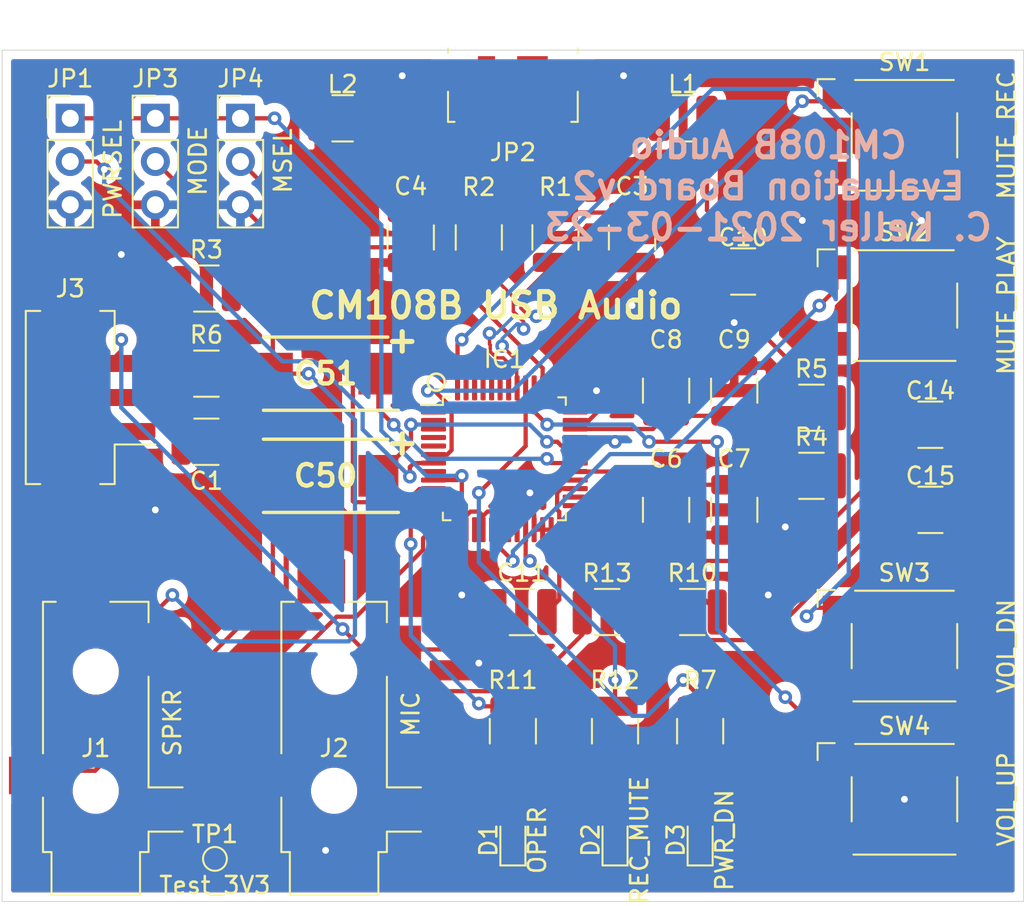
<source format=kicad_pcb>
(kicad_pcb (version 20171130) (host pcbnew 5.1.9)
  (title_block (title "CM108B Evaluation Board") (date 2021-03-23) (rev 2) (company "Chris Keller"))
  (layers (0 F.Cu signal) (31 B.Cu signal) (34 B.Paste user) (35 F.Paste user) (36 B.SilkS user) (37 F.SilkS user) (38 B.Mask user) (39 F.Mask user) (44 Edge.Cuts user))
  (net 0 "")
  (net 1 /D-)
  (net 2 /D+)
  (net 3 GND)
  (net 4 VBUS)
  (net 5 +3V3)
  (net 6 "Net-(C1-Pad2)")
  (net 7 "Net-(C1-Pad1)")
  (net 8 "Net-(C3-Pad1)")
  (net 9 "Net-(C4-Pad1)")
  (net 10 "Net-(C6-Pad1)")
  (net 11 "Net-(C8-Pad1)")
  (net 12 "Net-(C11-Pad2)")
  (net 13 /MIC_IN)
  (net 14 "Net-(C14-Pad2)")
  (net 15 "Net-(C15-Pad2)")
  (net 16 /AUDIO_L)
  (net 17 "Net-(C50-Pad1)")
  (net 18 /AUDIO_R)
  (net 19 "Net-(C51-Pad1)")
  (net 20 "Net-(D1-Pad2)")
  (net 21 "Net-(D2-Pad2)")
  (net 22 "Net-(D3-Pad2)")
  (net 23 /VOLDN)
  (net 24 /PDSW)
  (net 25 /VOLUP)
  (net 26 /MSEL)
  (net 27 "Net-(IC1-Pad25)")
  (net 28 /LEDR)
  (net 29 /MUTEP)
  (net 30 /LEDO)
  (net 31 /MODE)
  (net 32 /PWRSEL)
  (net 33 /MUTER)
  (net 34 /MIC_BIAS)
  (net 35 "Net-(JP2-Pad4)")
  (net 36 "Net-(JP2-Pad1)")
  (module LED_SMD:LED_0603_1608Metric (layer F.Cu) (at 171 116.4 90)
    (fp_text reference D3 (at 0 -1.43 90) (layer F.SilkS))
    (fp_text value PWR_DN (at 0 1.43 90) (layer F.SilkS))
    (pad 2 smd roundrect (at 0.7875 0 90) (size 0.875 0.95) (layers F.Cu F.Paste F.Mask) (net 22 "Net-(D3-Pad2)"))
    (pad 1 smd roundrect (at -0.7875 0 90) (size 0.875 0.95) (layers F.Cu F.Paste F.Mask) (net 3 GND))
  )
  (module LED_SMD:LED_0603_1608Metric (layer F.Cu) (at 166 116.4 90)
    (fp_text reference D2 (at 0 -1.43 90) (layer F.SilkS))
    (fp_text value REC_MUTE (at 0 1.43 90) (layer F.SilkS))
    (pad 2 smd roundrect (at 0.7875 0 90) (size 0.875 0.95) (layers F.Cu F.Paste F.Mask) (net 21 "Net-(D2-Pad2)"))
    (pad 1 smd roundrect (at -0.7875 0 90) (size 0.875 0.95) (layers F.Cu F.Paste F.Mask) (net 3 GND))
  )
  (module LED_SMD:LED_0603_1608Metric (layer F.Cu) (at 160 116.4 90)
    (fp_text reference D1 (at 0 -1.43 90) (layer F.SilkS))
    (fp_text value OPER (at 0 1.43 90) (layer F.SilkS))
    (pad 2 smd roundrect (at 0.7875 0 90) (size 0.875 0.95) (layers F.Cu F.Paste F.Mask) (net 20 "Net-(D1-Pad2)"))
    (pad 1 smd roundrect (at -0.7875 0 90) (size 0.875 0.95) (layers F.Cu F.Paste F.Mask) (net 3 GND))
  )
  (module Connector_USB:USB_Micro-B_Molex_47346-0001 (layer F.Cu) (at 160 72.5 180)
    (fp_text reference JP2 (at 0 -3.5 180) (layer F.SilkS))
    (fp_text value USB_A)
    (pad 6 smd rect (at 1.55 1.2 180) (size 1 1.9) (layers F.Cu F.Paste F.Mask))
    (pad 6 smd rect (at -1.15 1.2 180) (size 1.8 1.9) (layers F.Cu F.Paste F.Mask))
    (pad 6 smd rect (at 3.375 1.2 180) (size 1.65 1.3) (layers F.Cu F.Paste F.Mask))
    (pad 6 smd rect (at -3.375 1.2 180) (size 1.65 1.3) (layers F.Cu F.Paste F.Mask))
    (pad 6 smd rect (at 2.4875 -1.375 180) (size 1.425 1.55) (layers F.Cu F.Paste F.Mask))
    (pad 6 smd rect (at -2.4875 -1.375 180) (size 1.425 1.55) (layers F.Cu F.Paste F.Mask))
    (pad 5 smd rect (at 1.3 -1.46 180) (size 0.45 1.38) (layers F.Cu F.Paste F.Mask) (net 3 GND))
    (pad 4 smd rect (at 0.65 -1.46 180) (size 0.45 1.38) (layers F.Cu F.Paste F.Mask) (net 35 "Net-(JP2-Pad4)"))
    (pad 3 smd rect (at 0 -1.46 180) (size 0.45 1.38) (layers F.Cu F.Paste F.Mask) (net 9 "Net-(C4-Pad1)"))
    (pad 2 smd rect (at -0.65 -1.46 180) (size 0.45 1.38) (layers F.Cu F.Paste F.Mask) (net 8 "Net-(C3-Pad1)"))
    (pad 1 smd rect (at -1.3 -1.46 180) (size 0.45 1.38) (layers F.Cu F.Paste F.Mask) (net 36 "Net-(JP2-Pad1)"))
  )
  (module Button_Switch_SMD:SW_SPST_Omron_B3FS-100xP (layer F.Cu) (at 183 114)
    (fp_text reference SW4 (at 0 -4.3) (layer F.SilkS))
    (fp_text value VOL_UP (at 6 0 90) (layer F.SilkS))
    (pad 3 smd rect (at -4 2.25 180) (size 1.6 1.4) (layers F.Cu F.Paste F.Mask))
    (pad 4 smd rect (at 4 2.25 180) (size 1.6 1.4) (layers F.Cu F.Paste F.Mask))
    (pad 1 smd rect (at -4 -2.25 180) (size 1.6 1.4) (layers F.Cu F.Paste F.Mask) (net 25 /VOLUP))
    (pad 2 smd rect (at 4 -2.25 180) (size 1.6 1.4) (layers F.Cu F.Paste F.Mask) (net 3 GND))
  )
  (module Button_Switch_SMD:SW_SPST_Omron_B3FS-100xP (layer F.Cu) (at 183 105)
    (fp_text reference SW3 (at 0 -4.3) (layer F.SilkS))
    (fp_text value VOL_DN (at 6 0 90) (layer F.SilkS))
    (pad 3 smd rect (at -4 2.25 180) (size 1.6 1.4) (layers F.Cu F.Paste F.Mask))
    (pad 4 smd rect (at 4 2.25 180) (size 1.6 1.4) (layers F.Cu F.Paste F.Mask))
    (pad 1 smd rect (at -4 -2.25 180) (size 1.6 1.4) (layers F.Cu F.Paste F.Mask) (net 23 /VOLDN))
    (pad 2 smd rect (at 4 -2.25 180) (size 1.6 1.4) (layers F.Cu F.Paste F.Mask) (net 3 GND))
  )
  (module Button_Switch_SMD:SW_SPST_Omron_B3FS-100xP (layer F.Cu) (at 183 85)
    (fp_text reference SW2 (at 0 -4.3) (layer F.SilkS))
    (fp_text value MUTE_PLAY (at 6 0 90) (layer F.SilkS))
    (pad 3 smd rect (at -4 2.25 180) (size 1.6 1.4) (layers F.Cu F.Paste F.Mask))
    (pad 4 smd rect (at 4 2.25 180) (size 1.6 1.4) (layers F.Cu F.Paste F.Mask))
    (pad 1 smd rect (at -4 -2.25 180) (size 1.6 1.4) (layers F.Cu F.Paste F.Mask) (net 29 /MUTEP))
    (pad 2 smd rect (at 4 -2.25 180) (size 1.6 1.4) (layers F.Cu F.Paste F.Mask) (net 3 GND))
  )
  (module Button_Switch_SMD:SW_SPST_Omron_B3FS-100xP (layer F.Cu) (at 183 75)
    (fp_text reference SW1 (at 0 -4.3) (layer F.SilkS))
    (fp_text value MUTE_REC (at 6 0 90) (layer F.SilkS))
    (pad 3 smd rect (at -4 2.25 180) (size 1.6 1.4) (layers F.Cu F.Paste F.Mask))
    (pad 4 smd rect (at 4 2.25 180) (size 1.6 1.4) (layers F.Cu F.Paste F.Mask))
    (pad 1 smd rect (at -4 -2.25 180) (size 1.6 1.4) (layers F.Cu F.Paste F.Mask) (net 33 /MUTER))
    (pad 2 smd rect (at 4 -2.25 180) (size 1.6 1.4) (layers F.Cu F.Paste F.Mask) (net 3 GND))
  )
  (module Resistor_SMD:R_1210_3225Metric (layer F.Cu) (at 165.5375 103)
    (fp_text reference R13 (at 0 -2.28) (layer F.SilkS))
    (fp_text value 1.2kΩ)
    (pad 2 smd roundrect (at 1.4625 0) (size 1.125 2.65) (layers F.Cu F.Paste F.Mask) (roundrect_rratio 0.222222) (net 15 "Net-(C15-Pad2)"))
    (pad 1 smd roundrect (at -1.4625 0) (size 1.125 2.65) (layers F.Cu F.Paste F.Mask) (roundrect_rratio 0.222222) (net 34 /MIC_BIAS))
  )
  (module Resistor_SMD:R_1210_3225Metric (layer F.Cu) (at 166 110 90)
    (fp_text reference R12 (at 3 0 180) (layer F.SilkS))
    (fp_text value 330Ω)
    (pad 2 smd roundrect (at 1.4625 0 90) (size 1.125 2.65) (layers F.Cu F.Paste F.Mask) (roundrect_rratio 0.222222) (net 28 /LEDR))
    (pad 1 smd roundrect (at -1.4625 0 90) (size 1.125 2.65) (layers F.Cu F.Paste F.Mask) (roundrect_rratio 0.222222) (net 21 "Net-(D2-Pad2)"))
  )
  (module Resistor_SMD:R_1210_3225Metric (layer F.Cu) (at 160 110 90)
    (fp_text reference R11 (at 3 0 180) (layer F.SilkS))
    (fp_text value 330Ω)
    (pad 2 smd roundrect (at 1.4625 0 90) (size 1.125 2.65) (layers F.Cu F.Paste F.Mask) (roundrect_rratio 0.222222) (net 30 /LEDO))
    (pad 1 smd roundrect (at -1.4625 0 90) (size 1.125 2.65) (layers F.Cu F.Paste F.Mask) (roundrect_rratio 0.222222) (net 20 "Net-(D1-Pad2)"))
  )
  (module Resistor_SMD:R_1210_3225Metric (layer F.Cu) (at 170.5375 103)
    (fp_text reference R10 (at 0 -2.28) (layer F.SilkS))
    (fp_text value 2.2kΩ)
    (pad 2 smd roundrect (at 1.4625 0) (size 1.125 2.65) (layers F.Cu F.Paste F.Mask) (roundrect_rratio 0.222222) (net 27 "Net-(IC1-Pad25)"))
    (pad 1 smd roundrect (at -1.4625 0) (size 1.125 2.65) (layers F.Cu F.Paste F.Mask) (roundrect_rratio 0.222222) (net 15 "Net-(C15-Pad2)"))
  )
  (module Resistor_SMD:R_1210_3225Metric (layer F.Cu) (at 171 110 90)
    (fp_text reference R7 (at 3 0 180) (layer F.SilkS))
    (fp_text value 330Ω)
    (pad 2 smd roundrect (at 1.4625 0 90) (size 1.125 2.65) (layers F.Cu F.Paste F.Mask) (roundrect_rratio 0.222222) (net 24 /PDSW))
    (pad 1 smd roundrect (at -1.4625 0 90) (size 1.125 2.65) (layers F.Cu F.Paste F.Mask) (roundrect_rratio 0.222222) (net 22 "Net-(D3-Pad2)"))
  )
  (module Resistor_SMD:R_1210_3225Metric (layer F.Cu) (at 142 89)
    (fp_text reference R6 (at 0 -2.28) (layer F.SilkS))
    (fp_text value 0Ω)
    (pad 2 smd roundrect (at 1.4625 0) (size 1.125 2.65) (layers F.Cu F.Paste F.Mask) (roundrect_rratio 0.222222) (net 16 /AUDIO_L))
    (pad 1 smd roundrect (at -1.4625 0) (size 1.125 2.65) (layers F.Cu F.Paste F.Mask) (roundrect_rratio 0.222222) (net 7 "Net-(C1-Pad1)"))
  )
  (module Resistor_SMD:R_1210_3225Metric (layer F.Cu) (at 177.5375 91)
    (fp_text reference R5 (at 0 -2.28) (layer F.SilkS))
    (fp_text value 0Ω)
    (pad 2 smd roundrect (at 1.4625 0) (size 1.125 2.65) (layers F.Cu F.Paste F.Mask) (roundrect_rratio 0.222222) (net 4 VBUS))
    (pad 1 smd roundrect (at -1.4625 0) (size 1.125 2.65) (layers F.Cu F.Paste F.Mask) (roundrect_rratio 0.222222) (net 11 "Net-(C8-Pad1)"))
  )
  (module Resistor_SMD:R_1210_3225Metric (layer F.Cu) (at 177.5375 95)
    (fp_text reference R4 (at 0 -2.28) (layer F.SilkS))
    (fp_text value 0Ω)
    (pad 2 smd roundrect (at 1.4625 0) (size 1.125 2.65) (layers F.Cu F.Paste F.Mask) (roundrect_rratio 0.222222) (net 4 VBUS))
    (pad 1 smd roundrect (at -1.4625 0) (size 1.125 2.65) (layers F.Cu F.Paste F.Mask) (roundrect_rratio 0.222222) (net 10 "Net-(C6-Pad1)"))
  )
  (module Resistor_SMD:R_1210_3225Metric (layer F.Cu) (at 142 84)
    (fp_text reference R3 (at 0 -2.28) (layer F.SilkS))
    (fp_text value 0Ω)
    (pad 2 smd roundrect (at 1.4625 0) (size 1.125 2.65) (layers F.Cu F.Paste F.Mask) (roundrect_rratio 0.222222) (net 18 /AUDIO_R))
    (pad 1 smd roundrect (at -1.4625 0) (size 1.125 2.65) (layers F.Cu F.Paste F.Mask) (roundrect_rratio 0.222222) (net 7 "Net-(C1-Pad1)"))
  )
  (module Resistor_SMD:R_1210_3225Metric (layer F.Cu) (at 158 81 90)
    (fp_text reference R2 (at 2.9625 0 180) (layer F.SilkS))
    (fp_text value 22Ω)
    (pad 2 smd roundrect (at 1.4625 0 90) (size 1.125 2.65) (layers F.Cu F.Paste F.Mask) (roundrect_rratio 0.222222) (net 9 "Net-(C4-Pad1)"))
    (pad 1 smd roundrect (at -1.4625 0 90) (size 1.125 2.65) (layers F.Cu F.Paste F.Mask) (roundrect_rratio 0.222222) (net 2 /D+))
  )
  (module Resistor_SMD:R_1210_3225Metric (layer F.Cu) (at 162.5 81 90)
    (fp_text reference R1 (at 2.9625 0 180) (layer F.SilkS))
    (fp_text value 22Ω)
    (pad 2 smd roundrect (at 1.4625 0 90) (size 1.125 2.65) (layers F.Cu F.Paste F.Mask) (roundrect_rratio 0.222222) (net 8 "Net-(C3-Pad1)"))
    (pad 1 smd roundrect (at -1.4625 0 90) (size 1.125 2.65) (layers F.Cu F.Paste F.Mask) (roundrect_rratio 0.222222) (net 1 /D-))
  )
  (module Inductor_SMD:L_1210_3225Metric (layer F.Cu) (at 150 74 180)
    (fp_text reference L2 (at 0 2) (layer F.SilkS))
    (fp_text value L)
    (pad 2 smd roundrect (at 1.4 0 180) (size 1.25 2.65) (layers F.Cu F.Paste F.Mask) (roundrect_rratio 0.2) (net 3 GND))
    (pad 1 smd roundrect (at -1.4 0 180) (size 1.25 2.65) (layers F.Cu F.Paste F.Mask) (roundrect_rratio 0.2) (net 35 "Net-(JP2-Pad4)"))
  )
  (module Inductor_SMD:L_1210_3225Metric (layer F.Cu) (at 170 74)
    (fp_text reference L1 (at 0 -2) (layer F.SilkS))
    (fp_text value L)
    (pad 2 smd roundrect (at 1.4 0) (size 1.25 2.65) (layers F.Cu F.Paste F.Mask) (roundrect_rratio 0.2) (net 4 VBUS))
    (pad 1 smd roundrect (at -1.4 0) (size 1.25 2.65) (layers F.Cu F.Paste F.Mask) (roundrect_rratio 0.2) (net 36 "Net-(JP2-Pad1)"))
  )
  (module Connector_PinHeader_2.54mm:PinHeader_1x03_P2.54mm_Vertical (layer F.Cu) (at 144 74)
    (fp_text reference JP4 (at 0 -2.33) (layer F.SilkS))
    (fp_text value MSEL (at 2.5 2.5 90) (layer F.SilkS))
    (pad 3 thru_hole oval (at 0 5.08) (size 1.7 1.7) (drill 1) (layers *.Cu *.Mask) (net 3 GND))
    (pad 2 thru_hole oval (at 0 2.54) (size 1.7 1.7) (drill 1) (layers *.Cu *.Mask) (net 26 /MSEL))
    (pad 1 thru_hole rect (at 0 0) (size 1.7 1.7) (drill 1) (layers *.Cu *.Mask) (net 5 +3V3))
  )
  (module Connector_PinHeader_2.54mm:PinHeader_1x03_P2.54mm_Vertical (layer F.Cu) (at 139 74)
    (fp_text reference JP3 (at 0 -2.33) (layer F.SilkS))
    (fp_text value MODE (at 2.5 2.5 90) (layer F.SilkS))
    (pad 3 thru_hole oval (at 0 5.08) (size 1.7 1.7) (drill 1) (layers *.Cu *.Mask) (net 3 GND))
    (pad 2 thru_hole oval (at 0 2.54) (size 1.7 1.7) (drill 1) (layers *.Cu *.Mask) (net 31 /MODE))
    (pad 1 thru_hole rect (at 0 0) (size 1.7 1.7) (drill 1) (layers *.Cu *.Mask) (net 5 +3V3))
  )
  (module Connector_PinHeader_2.54mm:PinHeader_1x03_P2.54mm_Vertical (layer F.Cu) (at 134 74)
    (fp_text reference JP1 (at 0 -2.33) (layer F.SilkS))
    (fp_text value PWRSEL (at 2.5 3 90) (layer F.SilkS))
    (pad 3 thru_hole oval (at 0 5.08) (size 1.7 1.7) (drill 1) (layers *.Cu *.Mask) (net 3 GND))
    (pad 2 thru_hole oval (at 0 2.54) (size 1.7 1.7) (drill 1) (layers *.Cu *.Mask) (net 32 /PWRSEL))
    (pad 1 thru_hole rect (at 0 0) (size 1.7 1.7) (drill 1) (layers *.Cu *.Mask) (net 5 +3V3))
  )
  (module Connector_JST:JST_PH_B3B-PH-SM4-TB_1x03-1MP_P2.00mm_Vertical (layer F.Cu) (at 135.75 90.4 90)
    (fp_text reference J3 (at 6.4 -1.75 180) (layer F.SilkS))
    (fp_text value RADIO_DATA)
    (pad MP smd roundrect (at 4.4 -1.75 90) (size 1.6 3) (layers F.Cu F.Paste F.Mask) (roundrect_rratio 0.15625))
    (pad MP smd roundrect (at -4.4 -1.75 90) (size 1.6 3) (layers F.Cu F.Paste F.Mask) (roundrect_rratio 0.15625))
    (pad 3 smd roundrect (at 2 0.5 90) (size 1 5.5) (layers F.Cu F.Paste F.Mask) (net 13 /MIC_IN))
    (pad 2 smd roundrect (at 0 0.5 90) (size 1 5.5) (layers F.Cu F.Paste F.Mask) (net 6 "Net-(C1-Pad2)"))
    (pad 1 smd roundrect (at -2 0.5 90) (size 1 5.5) (layers F.Cu F.Paste F.Mask) (net 3 GND))
  )
  (module Connector_Audio:Jack_3.5mm_CUI_SJ-3524-SMT_Horizontal (layer F.Cu) (at 149.5 111 180)
    (fp_text reference J2 (at 0 0) (layer F.SilkS))
    (fp_text value MIC (at -4.5 2 90) (layer F.SilkS))
    (pad "" np_thru_hole circle (at 0 4.5 180) (size 1.7 1.7) (drill 1.7) (layers *.Cu *.Mask))
    (pad "" np_thru_hole circle (at 0 -2.5 180) (size 1.7 1.7) (drill 1.7) (layers *.Cu *.Mask))
    (pad T smd rect (at -3.7 5.8 180) (size 2.8 2.8) (layers F.Cu F.Paste F.Mask) (net 13 /MIC_IN))
    (pad TN smd rect (at 0.75 9.8 180) (size 2.8 2.6) (layers F.Cu F.Paste F.Mask))
    (pad S smd rect (at -3.7 -3.6 180) (size 2.8 2.2) (layers F.Cu F.Paste F.Mask) (net 3 GND))
    (pad R smd rect (at 3.7 -1.6 180) (size 2.8 2.2) (layers F.Cu F.Paste F.Mask) (net 34 /MIC_BIAS))
  )
  (module Connector_Audio:Jack_3.5mm_CUI_SJ-3524-SMT_Horizontal (layer F.Cu) (at 135.5 111 180)
    (fp_text reference J1 (at 0 0) (layer F.SilkS))
    (fp_text value SPKR (at -4.5 1.5 90) (layer F.SilkS))
    (pad "" np_thru_hole circle (at 0 4.5 180) (size 1.7 1.7) (drill 1.7) (layers *.Cu *.Mask))
    (pad "" np_thru_hole circle (at 0 -2.5 180) (size 1.7 1.7) (drill 1.7) (layers *.Cu *.Mask))
    (pad T smd rect (at -3.7 5.8 180) (size 2.8 2.8) (layers F.Cu F.Paste F.Mask) (net 18 /AUDIO_R))
    (pad TN smd rect (at 0.75 9.8 180) (size 2.8 2.6) (layers F.Cu F.Paste F.Mask))
    (pad S smd rect (at -3.7 -3.6 180) (size 2.8 2.2) (layers F.Cu F.Paste F.Mask) (net 3 GND))
    (pad R smd rect (at 3.7 -1.6 180) (size 2.8 2.2) (layers F.Cu F.Paste F.Mask) (net 16 /AUDIO_L))
  )
  (module 293D477X9010E2TE3:CAPPM7343X430N (layer F.Cu) (at 149 89 180)
    (fp_text reference C51 (at 0 0) (layer F.SilkS) (effects (font (size 1.27 1.27) (thickness 0.254))))
    (fp_text value 470μF hide)
    (pad 2 smd rect (at 3.1 0 180) (size 2.35 2.45) (layers F.Cu F.Paste F.Mask) (net 18 /AUDIO_R))
    (pad 1 smd rect (at -3.1 0 180) (size 2.35 2.45) (layers F.Cu F.Paste F.Mask) (net 19 "Net-(C51-Pad1)"))
  )
  (module 293D477X9010E2TE3:CAPPM7343X430N (layer F.Cu) (at 149 95 180)
    (fp_text reference C50 (at 0 0) (layer F.SilkS) (effects (font (size 1.27 1.27) (thickness 0.254))))
    (fp_text value 470μF hide)
    (pad 2 smd rect (at 3.1 0 180) (size 2.35 2.45) (layers F.Cu F.Paste F.Mask) (net 16 /AUDIO_L))
    (pad 1 smd rect (at -3.1 0 180) (size 2.35 2.45) (layers F.Cu F.Paste F.Mask) (net 17 "Net-(C50-Pad1)"))
  )
  (module Capacitor_SMD:C_1210_3225Metric (layer F.Cu) (at 184.525 97 180)
    (fp_text reference C15 (at 0 2) (layer F.SilkS))
    (fp_text value 4.7μF)
    (pad 2 smd roundrect (at 1.475 0 180) (size 1.15 2.7) (layers F.Cu F.Paste F.Mask) (roundrect_rratio 0.217391) (net 15 "Net-(C15-Pad2)"))
    (pad 1 smd roundrect (at -1.475 0 180) (size 1.15 2.7) (layers F.Cu F.Paste F.Mask) (roundrect_rratio 0.217391) (net 3 GND))
  )
  (module Capacitor_SMD:C_1210_3225Metric (layer F.Cu) (at 184.525 92 180)
    (fp_text reference C14 (at 0 2) (layer F.SilkS))
    (fp_text value 4.7μF)
    (pad 2 smd roundrect (at 1.475 0 180) (size 1.15 2.7) (layers F.Cu F.Paste F.Mask) (roundrect_rratio 0.217391) (net 14 "Net-(C14-Pad2)"))
    (pad 1 smd roundrect (at -1.475 0 180) (size 1.15 2.7) (layers F.Cu F.Paste F.Mask) (roundrect_rratio 0.217391) (net 3 GND))
  )
  (module Capacitor_SMD:C_1210_3225Metric (layer F.Cu) (at 160.525 103)
    (fp_text reference C11 (at 0 -2.3) (layer F.SilkS))
    (fp_text value 1μF)
    (pad 2 smd roundrect (at 1.475 0) (size 1.15 2.7) (layers F.Cu F.Paste F.Mask) (roundrect_rratio 0.217391) (net 12 "Net-(C11-Pad2)"))
    (pad 1 smd roundrect (at -1.475 0) (size 1.15 2.7) (layers F.Cu F.Paste F.Mask) (roundrect_rratio 0.217391) (net 13 /MIC_IN))
  )
  (module Capacitor_SMD:C_1210_3225Metric (layer F.Cu) (at 173.525 83 180)
    (fp_text reference C10 (at 0 2) (layer F.SilkS))
    (fp_text value 100nF)
    (pad 2 smd roundrect (at 1.475 0 180) (size 1.15 2.7) (layers F.Cu F.Paste F.Mask) (roundrect_rratio 0.217391) (net 3 GND))
    (pad 1 smd roundrect (at -1.475 0 180) (size 1.15 2.7) (layers F.Cu F.Paste F.Mask) (roundrect_rratio 0.217391) (net 4 VBUS))
  )
  (module Capacitor_SMD:C_1210_3225Metric (layer F.Cu) (at 173 90 90)
    (fp_text reference C9 (at 3 0 180) (layer F.SilkS))
    (fp_text value 4.7μF)
    (pad 2 smd roundrect (at 1.475 0 90) (size 1.15 2.7) (layers F.Cu F.Paste F.Mask) (roundrect_rratio 0.217391) (net 3 GND))
    (pad 1 smd roundrect (at -1.475 0 90) (size 1.15 2.7) (layers F.Cu F.Paste F.Mask) (roundrect_rratio 0.217391) (net 11 "Net-(C8-Pad1)"))
  )
  (module Capacitor_SMD:C_1210_3225Metric (layer F.Cu) (at 169 90 90)
    (fp_text reference C8 (at 3 0 180) (layer F.SilkS))
    (fp_text value 100nF)
    (pad 2 smd roundrect (at 1.475 0 90) (size 1.15 2.7) (layers F.Cu F.Paste F.Mask) (roundrect_rratio 0.217391) (net 3 GND))
    (pad 1 smd roundrect (at -1.475 0 90) (size 1.15 2.7) (layers F.Cu F.Paste F.Mask) (roundrect_rratio 0.217391) (net 11 "Net-(C8-Pad1)"))
  )
  (module Capacitor_SMD:C_1210_3225Metric (layer F.Cu) (at 173 97 270)
    (fp_text reference C7 (at -3 0 180) (layer F.SilkS))
    (fp_text value 4.7μF)
    (pad 2 smd roundrect (at 1.475 0 270) (size 1.15 2.7) (layers F.Cu F.Paste F.Mask) (roundrect_rratio 0.217391) (net 3 GND))
    (pad 1 smd roundrect (at -1.475 0 270) (size 1.15 2.7) (layers F.Cu F.Paste F.Mask) (roundrect_rratio 0.217391) (net 10 "Net-(C6-Pad1)"))
  )
  (module Capacitor_SMD:C_1210_3225Metric (layer F.Cu) (at 169 97 270)
    (fp_text reference C6 (at -3 0 180) (layer F.SilkS))
    (fp_text value 100nF)
    (pad 2 smd roundrect (at 1.475 0 270) (size 1.15 2.7) (layers F.Cu F.Paste F.Mask) (roundrect_rratio 0.217391) (net 3 GND))
    (pad 1 smd roundrect (at -1.475 0 270) (size 1.15 2.7) (layers F.Cu F.Paste F.Mask) (roundrect_rratio 0.217391) (net 10 "Net-(C6-Pad1)"))
  )
  (module Capacitor_SMD:C_1210_3225Metric (layer F.Cu) (at 154 81 270)
    (fp_text reference C4 (at -3 0 180) (layer F.SilkS))
    (fp_text value 100pF)
    (pad 2 smd roundrect (at 1.475 0 270) (size 1.15 2.7) (layers F.Cu F.Paste F.Mask) (roundrect_rratio 0.217391) (net 3 GND))
    (pad 1 smd roundrect (at -1.475 0 270) (size 1.15 2.7) (layers F.Cu F.Paste F.Mask) (roundrect_rratio 0.217391) (net 9 "Net-(C4-Pad1)"))
  )
  (module Capacitor_SMD:C_1210_3225Metric (layer F.Cu) (at 167 81 270)
    (fp_text reference C3 (at -3 0 180) (layer F.SilkS))
    (fp_text value 100pF)
    (pad 2 smd roundrect (at 1.475 0 270) (size 1.15 2.7) (layers F.Cu F.Paste F.Mask) (roundrect_rratio 0.217391) (net 3 GND))
    (pad 1 smd roundrect (at -1.475 0 270) (size 1.15 2.7) (layers F.Cu F.Paste F.Mask) (roundrect_rratio 0.217391) (net 8 "Net-(C3-Pad1)"))
  )
  (module Capacitor_SMD:C_1210_3225Metric (layer F.Cu) (at 142 93 180)
    (fp_text reference C1 (at 0 -2.3) (layer F.SilkS))
    (fp_text value 10μF)
    (pad 2 smd roundrect (at 1.475 0 180) (size 1.15 2.7) (layers F.Cu F.Paste F.Mask) (roundrect_rratio 0.217391) (net 6 "Net-(C1-Pad2)"))
    (pad 1 smd roundrect (at -1.475 0 180) (size 1.15 2.7) (layers F.Cu F.Paste F.Mask) (roundrect_rratio 0.217391) (net 7 "Net-(C1-Pad1)"))
  )
  (module TestPoint:TestPoint_Pad_D1.0mm (layer F.Cu) (at 142.5 117.5)
    (fp_text reference TP1 (at 0 -1.448) (layer F.SilkS))
    (fp_text value Test_3V3 (at 0 1.55) (layer F.SilkS))
    (pad 1 smd circle (at 0 0) (size 1 1) (layers F.Cu F.Mask) (net 5 +3V3))
  )
  (module Package_QFP:LQFP-48_7x7mm_P0.5mm (layer F.Cu) (at 159.5 94)
    (fp_text reference IC1 (at 0 -5.85) (layer F.SilkS))
    (fp_text value CM108B)
    (pad 48 smd roundrect (at -2.75 -4.1625) (size 0.3 1.475) (layers F.Cu F.Paste F.Mask) (net 23 /VOLDN))
    (pad 47 smd roundrect (at -2.25 -4.1625) (size 0.3 1.475) (layers F.Cu F.Paste F.Mask))
    (pad 46 smd roundrect (at -1.75 -4.1625) (size 0.3 1.475) (layers F.Cu F.Paste F.Mask))
    (pad 45 smd roundrect (at -1.25 -4.1625) (size 0.3 1.475) (layers F.Cu F.Paste F.Mask))
    (pad 44 smd roundrect (at -0.75 -4.1625) (size 0.3 1.475) (layers F.Cu F.Paste F.Mask))
    (pad 43 smd roundrect (at -0.25 -4.1625) (size 0.3 1.475) (layers F.Cu F.Paste F.Mask))
    (pad 42 smd roundrect (at 0.25 -4.1625) (size 0.3 1.475) (layers F.Cu F.Paste F.Mask) (net 1 /D-))
    (pad 41 smd roundrect (at 0.75 -4.1625) (size 0.3 1.475) (layers F.Cu F.Paste F.Mask) (net 2 /D+))
    (pad 40 smd roundrect (at 1.25 -4.1625) (size 0.3 1.475) (layers F.Cu F.Paste F.Mask) (net 24 /PDSW))
    (pad 39 smd roundrect (at 1.75 -4.1625) (size 0.3 1.475) (layers F.Cu F.Paste F.Mask) (net 25 /VOLUP))
    (pad 38 smd roundrect (at 2.25 -4.1625) (size 0.3 1.475) (layers F.Cu F.Paste F.Mask) (net 26 /MSEL))
    (pad 37 smd roundrect (at 2.75 -4.1625) (size 0.3 1.475) (layers F.Cu F.Paste F.Mask))
    (pad 36 smd roundrect (at 4.1625 -2.75) (size 1.475 0.3) (layers F.Cu F.Paste F.Mask) (net 3 GND))
    (pad 35 smd roundrect (at 4.1625 -2.25) (size 1.475 0.3) (layers F.Cu F.Paste F.Mask) (net 4 VBUS))
    (pad 34 smd roundrect (at 4.1625 -1.75) (size 1.475 0.3) (layers F.Cu F.Paste F.Mask) (net 11 "Net-(C8-Pad1)"))
    (pad 33 smd roundrect (at 4.1625 -1.25) (size 1.475 0.3) (layers F.Cu F.Paste F.Mask) (net 3 GND))
    (pad 32 smd roundrect (at 4.1625 -0.75) (size 1.475 0.3) (layers F.Cu F.Paste F.Mask) (net 17 "Net-(C50-Pad1)"))
    (pad 31 smd roundrect (at 4.1625 -0.25) (size 1.475 0.3) (layers F.Cu F.Paste F.Mask))
    (pad 30 smd roundrect (at 4.1625 0.25) (size 1.475 0.3) (layers F.Cu F.Paste F.Mask) (net 19 "Net-(C51-Pad1)"))
    (pad 29 smd roundrect (at 4.1625 0.75) (size 1.475 0.3) (layers F.Cu F.Paste F.Mask) (net 10 "Net-(C6-Pad1)"))
    (pad 28 smd roundrect (at 4.1625 1.25) (size 1.475 0.3) (layers F.Cu F.Paste F.Mask))
    (pad 27 smd roundrect (at 4.1625 1.75) (size 1.475 0.3) (layers F.Cu F.Paste F.Mask) (net 12 "Net-(C11-Pad2)"))
    (pad 26 smd roundrect (at 4.1625 2.25) (size 1.475 0.3) (layers F.Cu F.Paste F.Mask) (net 14 "Net-(C14-Pad2)"))
    (pad 25 smd roundrect (at 4.1625 2.75) (size 1.475 0.3) (layers F.Cu F.Paste F.Mask) (net 27 "Net-(IC1-Pad25)"))
    (pad 24 smd roundrect (at 2.75 4.1625) (size 0.3 1.475) (layers F.Cu F.Paste F.Mask) (net 3 GND))
    (pad 23 smd roundrect (at 2.25 4.1625) (size 0.3 1.475) (layers F.Cu F.Paste F.Mask) (net 3 GND))
    (pad 22 smd roundrect (at 1.75 4.1625) (size 0.3 1.475) (layers F.Cu F.Paste F.Mask) (net 3 GND))
    (pad 21 smd roundrect (at 1.25 4.1625) (size 0.3 1.475) (layers F.Cu F.Paste F.Mask) (net 28 /LEDR))
    (pad 20 smd roundrect (at 0.75 4.1625) (size 0.3 1.475) (layers F.Cu F.Paste F.Mask))
    (pad 19 smd roundrect (at 0.25 4.1625) (size 0.3 1.475) (layers F.Cu F.Paste F.Mask))
    (pad 18 smd roundrect (at -0.25 4.1625) (size 0.3 1.475) (layers F.Cu F.Paste F.Mask) (net 29 /MUTEP))
    (pad 17 smd roundrect (at -0.75 4.1625) (size 0.3 1.475) (layers F.Cu F.Paste F.Mask))
    (pad 16 smd roundrect (at -1.25 4.1625) (size 0.3 1.475) (layers F.Cu F.Paste F.Mask) (net 3 GND))
    (pad 15 smd roundrect (at -1.75 4.1625) (size 0.3 1.475) (layers F.Cu F.Paste F.Mask))
    (pad 14 smd roundrect (at -2.25 4.1625) (size 0.3 1.475) (layers F.Cu F.Paste F.Mask) (net 3 GND))
    (pad 13 smd roundrect (at -2.75 4.1625) (size 0.3 1.475) (layers F.Cu F.Paste F.Mask))
    (pad 12 smd roundrect (at -4.1625 2.75) (size 1.475 0.3) (layers F.Cu F.Paste F.Mask) (net 30 /LEDO))
    (pad 11 smd roundrect (at -4.1625 2.25) (size 1.475 0.3) (layers F.Cu F.Paste F.Mask))
    (pad 10 smd roundrect (at -4.1625 1.75) (size 1.475 0.3) (layers F.Cu F.Paste F.Mask) (net 31 /MODE))
    (pad 9 smd roundrect (at -4.1625 1.25) (size 1.475 0.3) (layers F.Cu F.Paste F.Mask) (net 5 +3V3))
    (pad 8 smd roundrect (at -4.1625 0.75) (size 1.475 0.3) (layers F.Cu F.Paste F.Mask))
    (pad 7 smd roundrect (at -4.1625 0.25) (size 1.475 0.3) (layers F.Cu F.Paste F.Mask) (net 32 /PWRSEL))
    (pad 6 smd roundrect (at -4.1625 -0.25) (size 1.475 0.3) (layers F.Cu F.Paste F.Mask) (net 33 /MUTER))
    (pad 5 smd roundrect (at -4.1625 -0.75) (size 1.475 0.3) (layers F.Cu F.Paste F.Mask))
    (pad 4 smd roundrect (at -4.1625 -1.25) (size 1.475 0.3) (layers F.Cu F.Paste F.Mask))
    (pad 3 smd roundrect (at -4.1625 -1.75) (size 1.475 0.3) (layers F.Cu F.Paste F.Mask))
    (pad 2 smd roundrect (at -4.1625 -2.25) (size 1.475 0.3) (layers F.Cu F.Paste F.Mask))
    (pad 1 smd roundrect (at -4.1625 -2.75) (size 1.475 0.3) (layers F.Cu F.Paste F.Mask))
  )
  (gr_circle (center 155.5 89.5) (end 156 89.5) (layer F.SilkS) (width 0.15))
  (gr_text + (at 153.5 93) (layer F.SilkS) (effects (font (size 1.5 1.5) (thickness 0.3))))
  (gr_text + (at 153.5 87) (layer F.SilkS) (effects (font (size 1.5 1.5) (thickness 0.3))))
  (gr_text "CM108B USB Audio" (at 159 85) (layer F.SilkS) (effects (font (size 1.5 1.5) (thickness 0.3))))
  (gr_text "CM108B Audio\nEvaluation Board v2\nC. Keller 2021-03-23" (at 175 78) (layer B.SilkS) (effects (font (size 1.5 1.5) (thickness 0.3)) (justify mirror)))
  (gr_line (start 190 120) (end 190 70) (layer Edge.Cuts) (width 0.05))
  (gr_line (start 130 120) (end 190 120) (layer Edge.Cuts) (width 0.05))
  (gr_line (start 130 70) (end 130 120) (layer Edge.Cuts) (width 0.05))
  (gr_line (start 130 70) (end 190 70) (layer Edge.Cuts) (width 0.05))
  (segment (start 160.946967 85.628768) (end 161.371232 85.628768) (width 0.2) (layer F.Cu) (net 1))
  (segment (start 160.475 84.4875) (end 160.475 85.156801) (width 0.2) (layer F.Cu) (net 1))
  (segment (start 162.5 82.4625) (end 160.475 84.4875) (width 0.2) (layer F.Cu) (net 1))
  (segment (start 160.475 85.156801) (end 160.946967 85.628768) (width 0.2) (layer F.Cu) (net 1))
  (via (at 161.371232 85.628768) (size 0.8) (drill 0.4) (layers F.Cu B.Cu) (net 1))
  (segment (start 160.053033 85.628768) (end 159.053033 86.628768) (width 0.2) (layer B.Cu) (net 1))
  (segment (start 161.371232 85.628768) (end 160.053033 85.628768) (width 0.2) (layer B.Cu) (net 1))
  (segment (start 159.053033 86.628768) (end 158.628768 86.628768) (width 0.2) (layer B.Cu) (net 1))
  (via (at 158.628768 86.628768) (size 0.8) (drill 0.4) (layers F.Cu B.Cu) (net 1))
  (segment (start 159.775 89.8125) (end 159.75 89.8375) (width 0.2) (layer F.Cu) (net 1))
  (segment (start 159.775 88.411398) (end 159.775 89.8125) (width 0.2) (layer F.Cu) (net 1))
  (segment (start 159.434835 88.071233) (end 159.775 88.411398) (width 0.2) (layer F.Cu) (net 1))
  (segment (start 158.671231 87.707233) (end 159.035231 88.071233) (width 0.2) (layer F.Cu) (net 1))
  (segment (start 158.671231 87.307629) (end 158.671231 87.707233) (width 0.2) (layer F.Cu) (net 1))
  (segment (start 158.628768 87.265166) (end 158.671231 87.307629) (width 0.2) (layer F.Cu) (net 1))
  (segment (start 158.628768 86.628768) (end 158.628768 87.265166) (width 0.2) (layer F.Cu) (net 1))
  (segment (start 159.035231 88.071233) (end 159.434835 88.071233) (width 0.2) (layer F.Cu) (net 1))
  (segment (start 160.628768 85.946967) (end 160.628768 86.371232) (width 0.2) (layer F.Cu) (net 2))
  (segment (start 160.025 85.343199) (end 160.628768 85.946967) (width 0.2) (layer F.Cu) (net 2))
  (segment (start 160.025 84.4875) (end 160.025 85.343199) (width 0.2) (layer F.Cu) (net 2))
  (segment (start 158 82.4625) (end 160.025 84.4875) (width 0.2) (layer F.Cu) (net 2))
  (via (at 160.628768 86.371232) (size 0.8) (drill 0.4) (layers F.Cu B.Cu) (net 2))
  (segment (start 159.371232 86.946967) (end 159.371232 87.371232) (width 0.2) (layer B.Cu) (net 2))
  (segment (start 160.239431 86.078768) (end 159.371232 86.946967) (width 0.2) (layer B.Cu) (net 2))
  (segment (start 160.628768 86.371232) (end 160.336304 86.078768) (width 0.2) (layer B.Cu) (net 2))
  (segment (start 160.336304 86.078768) (end 160.239431 86.078768) (width 0.2) (layer B.Cu) (net 2))
  (via (at 159.371232 87.371232) (size 0.8) (drill 0.4) (layers F.Cu B.Cu) (net 2))
  (segment (start 160.225 89.8125) (end 160.25 89.8375) (width 0.2) (layer F.Cu) (net 2))
  (segment (start 160.225 88.225) (end 160.225 89.8125) (width 0.2) (layer F.Cu) (net 2))
  (segment (start 159.371232 87.371232) (end 160.225 88.225) (width 0.2) (layer F.Cu) (net 2))
  (via (at 161 96) (size 0.8) (drill 0.4) (layers F.Cu B.Cu) (net 3))
  (via (at 153.5 71.5) (size 0.8) (drill 0.4) (layers F.Cu B.Cu) (net 3))
  (via (at 166.5 71.5) (size 0.8) (drill 0.4) (layers F.Cu B.Cu) (net 3))
  (segment (start 156.409316 74.975001) (end 153.5 72.065685) (width 0.25) (layer F.Cu) (net 3))
  (segment (start 158.624999 74.975001) (end 156.409316 74.975001) (width 0.25) (layer F.Cu) (net 3))
  (segment (start 153.5 72.065685) (end 153.5 71.5) (width 0.25) (layer F.Cu) (net 3))
  (segment (start 158.7 74.9) (end 158.624999 74.975001) (width 0.25) (layer F.Cu) (net 3))
  (segment (start 158.7 73.96) (end 158.7 74.9) (width 0.25) (layer F.Cu) (net 3))
  (segment (start 161.25 98.1625) (end 161.75 98.1625) (width 0.25) (layer F.Cu) (net 3))
  (segment (start 161.75 98.1625) (end 162.25 98.1625) (width 0.25) (layer F.Cu) (net 3))
  (segment (start 158.509308 97.09999) (end 158.25 97.359298) (width 0.25) (layer F.Cu) (net 3))
  (segment (start 160.990692 97.09999) (end 158.509308 97.09999) (width 0.25) (layer F.Cu) (net 3))
  (segment (start 161.25 97.359298) (end 160.990692 97.09999) (width 0.25) (layer F.Cu) (net 3))
  (segment (start 161.25 98.1625) (end 161.25 97.359298) (width 0.25) (layer F.Cu) (net 3))
  (segment (start 157.509308 97.09999) (end 157.25 97.359298) (width 0.25) (layer F.Cu) (net 3))
  (segment (start 157.990692 97.09999) (end 157.509308 97.09999) (width 0.25) (layer F.Cu) (net 3))
  (segment (start 158.25 97.359298) (end 157.990692 97.09999) (width 0.25) (layer F.Cu) (net 3))
  (segment (start 157.25 97.359298) (end 157.25 98.1625) (width 0.25) (layer F.Cu) (net 3))
  (segment (start 158.25 98.1625) (end 158.25 97.359298) (width 0.25) (layer F.Cu) (net 3))
  (segment (start 163.6625 91.25) (end 164.9125 90) (width 0.25) (layer F.Cu) (net 3))
  (segment (start 163.6625 92.75) (end 165.75 92.75) (width 0.25) (layer F.Cu) (net 3))
  (segment (start 165.75 92.75) (end 166 93) (width 0.25) (layer F.Cu) (net 3))
  (segment (start 166 93) (end 166 93) (width 0.25) (layer F.Cu) (net 3))
  (via (at 166 93) (size 0.8) (drill 0.4) (layers F.Cu B.Cu) (net 3))
  (segment (start 164.9125 90) (end 164.9125 90) (width 0.25) (layer F.Cu) (net 3))
  (via (at 164.9125 90) (size 0.8) (drill 0.4) (layers F.Cu B.Cu) (net 3))
  (via (at 173 86) (size 0.8) (drill 0.4) (layers F.Cu B.Cu) (net 3))
  (segment (start 173 88.525) (end 173 86) (width 0.25) (layer F.Cu) (net 3))
  (via (at 184 80) (size 0.8) (drill 0.4) (layers F.Cu B.Cu) (net 3))
  (via (at 177 80) (size 0.8) (drill 0.4) (layers F.Cu B.Cu) (net 3))
  (via (at 167 85) (size 0.8) (drill 0.4) (layers F.Cu B.Cu) (net 3))
  (via (at 157 102) (size 0.8) (drill 0.4) (layers F.Cu B.Cu) (net 3))
  (via (at 158 106) (size 0.8) (drill 0.4) (layers F.Cu B.Cu) (net 3))
  (via (at 175 102) (size 0.8) (drill 0.4) (layers F.Cu B.Cu) (net 3))
  (via (at 176 98) (size 0.8) (drill 0.4) (layers F.Cu B.Cu) (net 3))
  (via (at 137 82) (size 0.8) (drill 0.4) (layers F.Cu B.Cu) (net 3))
  (via (at 139 97) (size 0.8) (drill 0.4) (layers F.Cu B.Cu) (net 3))
  (via (at 183 114) (size 0.8) (drill 0.4) (layers F.Cu B.Cu) (net 3))
  (via (at 149 117) (size 0.8) (drill 0.4) (layers F.Cu B.Cu) (net 3))
  (segment (start 157.25 101.75) (end 157 102) (width 0.25) (layer F.Cu) (net 3))
  (segment (start 157.25 98.1625) (end 157.25 101.75) (width 0.25) (layer F.Cu) (net 3))
  (segment (start 161.25 96.25) (end 161.25 98.1625) (width 0.25) (layer F.Cu) (net 3))
  (segment (start 161 96) (end 161.25 96.25) (width 0.25) (layer F.Cu) (net 3))
  (segment (start 166 93) (end 165 93) (width 0.25) (layer B.Cu) (net 3))
  (segment (start 147.395 82.475) (end 154 82.475) (width 0.25) (layer F.Cu) (net 3))
  (segment (start 144 79.08) (end 147.395 82.475) (width 0.25) (layer F.Cu) (net 3))
  (segment (start 171.4 79.4) (end 175 83) (width 0.25) (layer F.Cu) (net 4))
  (segment (start 171.4 74) (end 171.4 79.4) (width 0.25) (layer F.Cu) (net 4))
  (segment (start 175 87) (end 179 91) (width 0.25) (layer F.Cu) (net 4))
  (segment (start 175 83) (end 175 87) (width 0.25) (layer F.Cu) (net 4))
  (segment (start 179 91) (end 179 95) (width 0.25) (layer F.Cu) (net 4))
  (segment (start 163.68749 91.77499) (end 163.6625 91.75) (width 0.25) (layer F.Cu) (net 4))
  (segment (start 163.77499 91.77499) (end 163.68749 91.77499) (width 0.25) (layer F.Cu) (net 4))
  (segment (start 173.32499 84.67501) (end 175 83) (width 0.25) (layer F.Cu) (net 4))
  (segment (start 167.32499 87.96182) (end 170.6118 84.67501) (width 0.25) (layer F.Cu) (net 4))
  (segment (start 170.6118 84.67501) (end 173.32499 84.67501) (width 0.25) (layer F.Cu) (net 4))
  (segment (start 164.465702 91.75) (end 167.32499 88.890712) (width 0.25) (layer F.Cu) (net 4))
  (segment (start 167.32499 88.890712) (end 167.32499 87.96182) (width 0.25) (layer F.Cu) (net 4))
  (segment (start 163.6625 91.75) (end 164.465702 91.75) (width 0.25) (layer F.Cu) (net 4))
  (via (at 157 95) (size 0.8) (drill 0.4) (layers F.Cu B.Cu) (net 5))
  (segment (start 156.75 95.25) (end 157 95) (width 0.25) (layer F.Cu) (net 5))
  (segment (start 155.3375 95.25) (end 156.75 95.25) (width 0.25) (layer F.Cu) (net 5))
  (via (at 146 74) (size 0.8) (drill 0.4) (layers F.Cu B.Cu) (net 5))
  (segment (start 152.274999 80.274999) (end 146 74) (width 0.25) (layer B.Cu) (net 5))
  (segment (start 152.274999 92.348001) (end 152.274999 80.274999) (width 0.25) (layer B.Cu) (net 5))
  (segment (start 154.926998 95) (end 152.274999 92.348001) (width 0.25) (layer B.Cu) (net 5))
  (segment (start 157 95) (end 154.926998 95) (width 0.25) (layer B.Cu) (net 5))
  (segment (start 146 74) (end 144 74) (width 0.25) (layer F.Cu) (net 5))
  (segment (start 144 74) (end 139 74) (width 0.25) (layer F.Cu) (net 5))
  (segment (start 139 74) (end 134 74) (width 0.25) (layer F.Cu) (net 5))
  (segment (start 142.5 110.426998) (end 142.5 118) (width 0.25) (layer F.Cu) (net 5))
  (segment (start 149.651999 103.274999) (end 142.5 110.426998) (width 0.25) (layer F.Cu) (net 5))
  (segment (start 150.798003 103.274999) (end 149.651999 103.274999) (width 0.25) (layer F.Cu) (net 5))
  (segment (start 154.725001 99.348001) (end 150.798003 103.274999) (width 0.25) (layer F.Cu) (net 5))
  (segment (start 154.725001 98.665701) (end 154.725001 99.348001) (width 0.25) (layer F.Cu) (net 5))
  (segment (start 157 96.390702) (end 154.725001 98.665701) (width 0.25) (layer F.Cu) (net 5))
  (segment (start 157 95) (end 157 96.390702) (width 0.25) (layer F.Cu) (net 5))
  (segment (start 137.925 90.4) (end 136.25 90.4) (width 0.25) (layer F.Cu) (net 6))
  (segment (start 140.525 93) (end 137.925 90.4) (width 0.25) (layer F.Cu) (net 6))
  (segment (start 140.5375 84) (end 140.5375 89) (width 0.25) (layer F.Cu) (net 7))
  (segment (start 143.475 91.9375) (end 143.475 93) (width 0.25) (layer F.Cu) (net 7))
  (segment (start 140.5375 89) (end 143.475 91.9375) (width 0.25) (layer F.Cu) (net 7))
  (segment (start 160.65 77.65) (end 162.5 79.5) (width 0.25) (layer F.Cu) (net 8))
  (segment (start 160.65 73.96) (end 160.65 77.65) (width 0.25) (layer F.Cu) (net 8))
  (segment (start 166.9875 79.5375) (end 167 79.525) (width 0.25) (layer F.Cu) (net 8))
  (segment (start 162.5 79.5375) (end 166.9875 79.5375) (width 0.25) (layer F.Cu) (net 8))
  (segment (start 160 77.5) (end 158 79.5) (width 0.25) (layer F.Cu) (net 9))
  (segment (start 160 73.96) (end 160 77.5) (width 0.25) (layer F.Cu) (net 9))
  (segment (start 154.0125 79.5375) (end 154 79.525) (width 0.25) (layer F.Cu) (net 9))
  (segment (start 158 79.5375) (end 154.0125 79.5375) (width 0.25) (layer F.Cu) (net 9))
  (segment (start 173.525 95) (end 173 95.525) (width 0.25) (layer F.Cu) (net 10))
  (segment (start 176.075 95) (end 173.525 95) (width 0.25) (layer F.Cu) (net 10))
  (segment (start 173 95.525) (end 169 95.525) (width 0.25) (layer F.Cu) (net 10))
  (segment (start 168.225 94.75) (end 169 95.525) (width 0.25) (layer F.Cu) (net 10))
  (segment (start 163.6625 94.75) (end 168.225 94.75) (width 0.25) (layer F.Cu) (net 10))
  (segment (start 173.475 91) (end 173 91.475) (width 0.25) (layer F.Cu) (net 11))
  (segment (start 176.075 91) (end 173.475 91) (width 0.25) (layer F.Cu) (net 11))
  (segment (start 173 91.475) (end 169 91.475) (width 0.25) (layer F.Cu) (net 11))
  (segment (start 168.225 92.25) (end 169 91.475) (width 0.25) (layer F.Cu) (net 11))
  (segment (start 163.6625 92.25) (end 168.225 92.25) (width 0.25) (layer F.Cu) (net 11))
  (segment (start 162.59999 96.990692) (end 162.72501 97.115712) (width 0.25) (layer F.Cu) (net 12))
  (segment (start 162.72501 102.27499) (end 162 103) (width 0.25) (layer F.Cu) (net 12))
  (segment (start 162.59999 96.009308) (end 162.59999 96.990692) (width 0.25) (layer F.Cu) (net 12))
  (segment (start 162.72501 97.115712) (end 162.72501 102.27499) (width 0.25) (layer F.Cu) (net 12))
  (segment (start 162.859298 95.75) (end 162.59999 96.009308) (width 0.25) (layer F.Cu) (net 12))
  (segment (start 163.6625 95.75) (end 162.859298 95.75) (width 0.25) (layer F.Cu) (net 12))
  (segment (start 156.85 105.2) (end 159.05 103) (width 0.25) (layer F.Cu) (net 13))
  (segment (start 153.2 105.2) (end 156.85 105.2) (width 0.25) (layer F.Cu) (net 13))
  (via (at 150 104) (size 0.8) (drill 0.4) (layers F.Cu B.Cu) (net 13))
  (segment (start 151.2 105.2) (end 150 104) (width 0.25) (layer F.Cu) (net 13))
  (segment (start 153.2 105.2) (end 151.2 105.2) (width 0.25) (layer F.Cu) (net 13))
  (via (at 137 87) (size 0.8) (drill 0.4) (layers F.Cu B.Cu) (net 13))
  (segment (start 137 91) (end 137 87) (width 0.25) (layer B.Cu) (net 13))
  (segment (start 150 104) (end 137 91) (width 0.25) (layer B.Cu) (net 13))
  (segment (start 137 87.65) (end 136.25 88.4) (width 0.25) (layer F.Cu) (net 13))
  (segment (start 137 87) (end 137 87.65) (width 0.25) (layer F.Cu) (net 13))
  (segment (start 164.465702 96.25) (end 163.6625 96.25) (width 0.25) (layer F.Cu) (net 14))
  (segment (start 168.215702 100) (end 164.465702 96.25) (width 0.25) (layer F.Cu) (net 14))
  (segment (start 176.4 100) (end 168.215702 100) (width 0.25) (layer F.Cu) (net 14))
  (segment (start 183.05 93.35) (end 176.4 100) (width 0.25) (layer F.Cu) (net 14))
  (segment (start 183.05 92) (end 183.05 93.35) (width 0.25) (layer F.Cu) (net 14))
  (segment (start 167 103) (end 169.075 103) (width 0.25) (layer F.Cu) (net 15))
  (segment (start 182.475 97) (end 183.05 97) (width 0.25) (layer F.Cu) (net 15))
  (segment (start 174.82499 104.65001) (end 182.475 97) (width 0.25) (layer F.Cu) (net 15))
  (segment (start 170.72501 104.65001) (end 174.82499 104.65001) (width 0.25) (layer F.Cu) (net 15))
  (segment (start 169.075 103) (end 170.72501 104.65001) (width 0.25) (layer F.Cu) (net 15))
  (segment (start 131.8 113.1) (end 132.075001 112.824999) (width 0.25) (layer F.Cu) (net 16))
  (segment (start 143.4625 90.325) (end 143.4625 89) (width 0.25) (layer F.Cu) (net 16))
  (segment (start 145.9 92.7625) (end 143.4625 90.325) (width 0.25) (layer F.Cu) (net 16))
  (segment (start 145.9 95) (end 145.9 92.7625) (width 0.25) (layer F.Cu) (net 16))
  (segment (start 145.9 101.885002) (end 145.9 95) (width 0.25) (layer F.Cu) (net 16))
  (segment (start 135.460003 112.324999) (end 145.9 101.885002) (width 0.25) (layer F.Cu) (net 16))
  (segment (start 132.075001 112.324999) (end 135.460003 112.324999) (width 0.25) (layer F.Cu) (net 16))
  (segment (start 131.8 112.6) (end 132.075001 112.324999) (width 0.25) (layer F.Cu) (net 16))
  (via (at 154.012653 91.987347) (size 0.8) (drill 0.4) (layers F.Cu B.Cu) (net 17))
  (segment (start 154.012653 93.087347) (end 154.012653 91.987347) (width 0.25) (layer F.Cu) (net 17))
  (segment (start 152.1 95) (end 154.012653 93.087347) (width 0.25) (layer F.Cu) (net 17))
  (via (at 162 93) (size 0.8) (drill 0.4) (layers F.Cu B.Cu) (net 17))
  (segment (start 160.987347 91.987347) (end 162 93) (width 0.25) (layer B.Cu) (net 17))
  (segment (start 154.012653 91.987347) (end 160.987347 91.987347) (width 0.25) (layer B.Cu) (net 17))
  (segment (start 162.609298 93) (end 162.834308 93.22501) (width 0.25) (layer F.Cu) (net 17))
  (segment (start 162 93) (end 162.609298 93) (width 0.25) (layer F.Cu) (net 17))
  (segment (start 163.63751 93.22501) (end 163.6625 93.25) (width 0.25) (layer F.Cu) (net 17))
  (segment (start 162.834308 93.22501) (end 163.63751 93.22501) (width 0.25) (layer F.Cu) (net 17))
  (segment (start 145.9 86.4375) (end 143.4625 84) (width 0.25) (layer F.Cu) (net 18))
  (segment (start 145.9 89) (end 145.9 86.4375) (width 0.25) (layer F.Cu) (net 18))
  (via (at 140 102) (size 0.8) (drill 0.4) (layers F.Cu B.Cu) (net 18))
  (segment (start 139.2 102.8) (end 140 102) (width 0.25) (layer F.Cu) (net 18))
  (segment (start 139.2 105.7) (end 139.2 102.8) (width 0.25) (layer F.Cu) (net 18))
  (segment (start 150.725001 91.725001) (end 148 89) (width 0.25) (layer B.Cu) (net 18))
  (segment (start 150.725001 104.348001) (end 150.725001 91.725001) (width 0.25) (layer B.Cu) (net 18))
  (segment (start 150.348001 104.725001) (end 150.725001 104.348001) (width 0.25) (layer B.Cu) (net 18))
  (via (at 148 89) (size 0.8) (drill 0.4) (layers F.Cu B.Cu) (net 18))
  (segment (start 142.725001 104.725001) (end 150.348001 104.725001) (width 0.25) (layer B.Cu) (net 18))
  (segment (start 140 102) (end 142.725001 104.725001) (width 0.25) (layer B.Cu) (net 18))
  (segment (start 148 89) (end 145.9 89) (width 0.25) (layer F.Cu) (net 18))
  (via (at 153 92) (size 0.8) (drill 0.4) (layers F.Cu B.Cu) (net 19))
  (segment (start 152.1 91.1) (end 153 92) (width 0.25) (layer F.Cu) (net 19))
  (segment (start 152.1 89) (end 152.1 91.1) (width 0.25) (layer F.Cu) (net 19))
  (segment (start 153 92) (end 155 94) (width 0.25) (layer B.Cu) (net 19))
  (via (at 162 94) (size 0.8) (drill 0.4) (layers F.Cu B.Cu) (net 19))
  (segment (start 155 94) (end 162 94) (width 0.25) (layer B.Cu) (net 19))
  (segment (start 162.25 94.25) (end 163.6625 94.25) (width 0.25) (layer F.Cu) (net 19))
  (segment (start 162 94) (end 162.25 94.25) (width 0.25) (layer F.Cu) (net 19))
  (segment (start 160 115) (end 160 111.4625) (width 0.25) (layer F.Cu) (net 20))
  (segment (start 160 115.6125) (end 160 115) (width 0.25) (layer F.Cu) (net 20))
  (segment (start 166 115) (end 166 111.4625) (width 0.25) (layer F.Cu) (net 21))
  (segment (start 166 115.6125) (end 166 115) (width 0.25) (layer F.Cu) (net 21))
  (segment (start 171 115.6125) (end 171 114.5) (width 0.25) (layer F.Cu) (net 22))
  (segment (start 171 114.5) (end 171 111.4625) (width 0.25) (layer F.Cu) (net 22))
  (segment (start 171 115) (end 171 114.5) (width 0.25) (layer F.Cu) (net 22))
  (segment (start 179 102.75) (end 179 103) (width 0.25) (layer F.Cu) (net 23))
  (via (at 177.250153 103.250153) (size 0.8) (drill 0.4) (layers F.Cu B.Cu) (net 23))
  (segment (start 177.750306 102.75) (end 177.250153 103.250153) (width 0.25) (layer F.Cu) (net 23))
  (segment (start 179 102.75) (end 177.750306 102.75) (width 0.25) (layer F.Cu) (net 23))
  (via (at 157 87) (size 0.8) (drill 0.4) (layers F.Cu B.Cu) (net 23))
  (segment (start 171.725001 72.274999) (end 157 87) (width 0.25) (layer B.Cu) (net 23))
  (segment (start 177.348001 72.274999) (end 171.725001 72.274999) (width 0.25) (layer B.Cu) (net 23))
  (segment (start 179.725001 74.651999) (end 177.348001 72.274999) (width 0.25) (layer B.Cu) (net 23))
  (segment (start 179.725001 100.775305) (end 179.725001 74.651999) (width 0.25) (layer B.Cu) (net 23))
  (segment (start 177.250153 103.250153) (end 179.725001 100.775305) (width 0.25) (layer B.Cu) (net 23))
  (segment (start 156.75 87.25) (end 156.75 89.8375) (width 0.25) (layer F.Cu) (net 23))
  (segment (start 157 87) (end 156.75 87.25) (width 0.25) (layer F.Cu) (net 23))
  (via (at 170 107) (size 0.8) (drill 0.4) (layers F.Cu B.Cu) (net 24))
  (segment (start 171 108) (end 170 107) (width 0.25) (layer F.Cu) (net 24))
  (segment (start 171 108.5375) (end 171 108) (width 0.25) (layer F.Cu) (net 24))
  (via (at 158 96) (size 0.8) (drill 0.4) (layers F.Cu B.Cu) (net 24))
  (segment (start 158 100.073002) (end 158 96) (width 0.25) (layer B.Cu) (net 24))
  (segment (start 167.026989 109.099991) (end 158 100.073002) (width 0.25) (layer B.Cu) (net 24))
  (segment (start 167.900009 109.099991) (end 167.026989 109.099991) (width 0.25) (layer B.Cu) (net 24))
  (segment (start 170 107) (end 167.900009 109.099991) (width 0.25) (layer B.Cu) (net 24))
  (segment (start 160.75 93.25) (end 160.75 89.8375) (width 0.25) (layer F.Cu) (net 24))
  (segment (start 158 96) (end 160.75 93.25) (width 0.25) (layer F.Cu) (net 24))
  (segment (start 179 111.75) (end 179 112) (width 0.25) (layer F.Cu) (net 25))
  (via (at 176 108) (size 0.8) (drill 0.4) (layers F.Cu B.Cu) (net 25))
  (segment (start 179 111) (end 176 108) (width 0.25) (layer F.Cu) (net 25))
  (segment (start 179 111.75) (end 179 111) (width 0.25) (layer F.Cu) (net 25))
  (segment (start 176 108) (end 172 104) (width 0.25) (layer B.Cu) (net 25))
  (via (at 172 93) (size 0.8) (drill 0.4) (layers F.Cu B.Cu) (net 25))
  (segment (start 172 104) (end 172 93) (width 0.25) (layer B.Cu) (net 25))
  (via (at 168 93) (size 0.8) (drill 0.4) (layers F.Cu B.Cu) (net 25))
  (segment (start 172 93) (end 168 93) (width 0.25) (layer F.Cu) (net 25))
  (via (at 162.012653 91.987347) (size 0.8) (drill 0.4) (layers F.Cu B.Cu) (net 25))
  (segment (start 166.987347 91.987347) (end 162.012653 91.987347) (width 0.25) (layer B.Cu) (net 25))
  (segment (start 168 93) (end 166.987347 91.987347) (width 0.25) (layer B.Cu) (net 25))
  (segment (start 161.25 91.224694) (end 161.25 89.8375) (width 0.25) (layer F.Cu) (net 25))
  (segment (start 162.012653 91.987347) (end 161.25 91.224694) (width 0.25) (layer F.Cu) (net 25))
  (segment (start 161.75 88.676998) (end 161.75 89.8375) (width 0.25) (layer F.Cu) (net 26))
  (segment (start 155.67501 82.602008) (end 161.75 88.676998) (width 0.25) (layer F.Cu) (net 26))
  (segment (start 155.67501 81.91182) (end 155.67501 82.602008) (width 0.25) (layer F.Cu) (net 26))
  (segment (start 149.03499 81.57499) (end 155.33818 81.57499) (width 0.25) (layer F.Cu) (net 26))
  (segment (start 155.33818 81.57499) (end 155.67501 81.91182) (width 0.25) (layer F.Cu) (net 26))
  (segment (start 144 76.54) (end 149.03499 81.57499) (width 0.25) (layer F.Cu) (net 26))
  (segment (start 170.34999 101.34999) (end 168.26249 101.34999) (width 0.25) (layer F.Cu) (net 27))
  (segment (start 168.26249 101.34999) (end 163.6625 96.75) (width 0.25) (layer F.Cu) (net 27))
  (segment (start 172 103) (end 170.34999 101.34999) (width 0.25) (layer F.Cu) (net 27))
  (via (at 166 107) (size 0.8) (drill 0.4) (layers F.Cu B.Cu) (net 28))
  (segment (start 166 108.5375) (end 166 107) (width 0.25) (layer F.Cu) (net 28))
  (via (at 161 100) (size 0.8) (drill 0.4) (layers F.Cu B.Cu) (net 28))
  (segment (start 166 105) (end 161 100) (width 0.25) (layer B.Cu) (net 28))
  (segment (start 166 107) (end 166 105) (width 0.25) (layer B.Cu) (net 28))
  (segment (start 160.75 99.75) (end 160.75 98.1625) (width 0.25) (layer F.Cu) (net 28))
  (segment (start 161 100) (end 160.75 99.75) (width 0.25) (layer F.Cu) (net 28))
  (segment (start 179 82.75) (end 178.25 82.75) (width 0.25) (layer F.Cu) (net 29))
  (via (at 160 100) (size 0.8) (drill 0.4) (layers F.Cu B.Cu) (net 29))
  (segment (start 159.25 99.25) (end 160 100) (width 0.25) (layer F.Cu) (net 29))
  (segment (start 159.25 98.1625) (end 159.25 99.25) (width 0.25) (layer F.Cu) (net 29))
  (via (at 178 85) (size 0.8) (drill 0.4) (layers F.Cu B.Cu) (net 29))
  (segment (start 169.274999 93.725001) (end 178 85) (width 0.25) (layer B.Cu) (net 29))
  (segment (start 165.709314 93.725001) (end 169.274999 93.725001) (width 0.25) (layer B.Cu) (net 29))
  (segment (start 160 99.434315) (end 165.709314 93.725001) (width 0.25) (layer B.Cu) (net 29))
  (segment (start 160 100) (end 160 99.434315) (width 0.25) (layer B.Cu) (net 29))
  (segment (start 179 84) (end 179 82.75) (width 0.25) (layer F.Cu) (net 29))
  (segment (start 178 85) (end 179 84) (width 0.25) (layer F.Cu) (net 29))
  (via (at 158 108.37499) (size 0.8) (drill 0.4) (layers F.Cu B.Cu) (net 30))
  (segment (start 158.16251 108.5375) (end 158 108.37499) (width 0.25) (layer F.Cu) (net 30))
  (segment (start 160 108.5375) (end 158.16251 108.5375) (width 0.25) (layer F.Cu) (net 30))
  (via (at 154 99) (size 0.8) (drill 0.4) (layers F.Cu B.Cu) (net 30))
  (segment (start 154 104.37499) (end 154 99) (width 0.25) (layer B.Cu) (net 30))
  (segment (start 158 108.37499) (end 154 104.37499) (width 0.25) (layer B.Cu) (net 30))
  (segment (start 154 99) (end 154 98) (width 0.25) (layer F.Cu) (net 30))
  (segment (start 155.25 96.75) (end 155.3375 96.75) (width 0.25) (layer F.Cu) (net 30))
  (segment (start 154 98) (end 155.25 96.75) (width 0.25) (layer F.Cu) (net 30))
  (segment (start 153.734297 96.550001) (end 154.509308 95.77499) (width 0.25) (layer F.Cu) (net 31))
  (segment (start 150.599999 96.485001) (end 150.664999 96.550001) (width 0.25) (layer F.Cu) (net 31))
  (segment (start 150.664999 96.550001) (end 153.734297 96.550001) (width 0.25) (layer F.Cu) (net 31))
  (segment (start 150.599999 88.139999) (end 150.599999 96.485001) (width 0.25) (layer F.Cu) (net 31))
  (segment (start 139 76.54) (end 150.599999 88.139999) (width 0.25) (layer F.Cu) (net 31))
  (segment (start 155.31251 95.77499) (end 155.3375 95.75) (width 0.25) (layer F.Cu) (net 31))
  (segment (start 154.509308 95.77499) (end 155.31251 95.77499) (width 0.25) (layer F.Cu) (net 31))
  (via (at 136 77) (size 0.8) (drill 0.4) (layers F.Cu B.Cu) (net 32))
  (segment (start 135.54 76.54) (end 136 77) (width 0.25) (layer F.Cu) (net 32))
  (segment (start 134 76.54) (end 135.54 76.54) (width 0.25) (layer F.Cu) (net 32))
  (via (at 153.950846 95.049154) (size 0.8) (drill 0.4) (layers F.Cu B.Cu) (net 32))
  (segment (start 151.175011 92.273319) (end 153.950846 95.049154) (width 0.25) (layer B.Cu) (net 32))
  (segment (start 151.175011 91.102009) (end 151.175011 92.273319) (width 0.25) (layer B.Cu) (net 32))
  (segment (start 146.455997 88.274999) (end 148.348001 88.274999) (width 0.25) (layer B.Cu) (net 32))
  (segment (start 148.348001 88.274999) (end 151.175011 91.102009) (width 0.25) (layer B.Cu) (net 32))
  (segment (start 136 77.819002) (end 146.455997 88.274999) (width 0.25) (layer B.Cu) (net 32))
  (segment (start 136 77) (end 136 77.819002) (width 0.25) (layer B.Cu) (net 32))
  (segment (start 154.184315 94.25) (end 155.3375 94.25) (width 0.25) (layer F.Cu) (net 32))
  (segment (start 153.950846 94.483469) (end 154.184315 94.25) (width 0.25) (layer F.Cu) (net 32))
  (segment (start 153.950846 95.049154) (end 153.950846 94.483469) (width 0.25) (layer F.Cu) (net 32))
  (segment (start 155.390702 90) (end 155 90) (width 0.25) (layer F.Cu) (net 33))
  (segment (start 156.40001 91.009308) (end 155.390702 90) (width 0.25) (layer F.Cu) (net 33))
  (segment (start 156.40001 93.490692) (end 156.40001 91.009308) (width 0.25) (layer F.Cu) (net 33))
  (via (at 155 90) (size 0.8) (drill 0.4) (layers F.Cu B.Cu) (net 33))
  (segment (start 156.140702 93.75) (end 156.40001 93.490692) (width 0.25) (layer F.Cu) (net 33))
  (segment (start 155.3375 93.75) (end 156.140702 93.75) (width 0.25) (layer F.Cu) (net 33))
  (via (at 177 73) (size 0.8) (drill 0.4) (layers F.Cu B.Cu) (net 33))
  (segment (start 160 90) (end 177 73) (width 0.25) (layer B.Cu) (net 33))
  (segment (start 155 90) (end 160 90) (width 0.25) (layer B.Cu) (net 33))
  (segment (start 178.75 73) (end 179 72.75) (width 0.25) (layer F.Cu) (net 33))
  (segment (start 177 73) (end 178.75 73) (width 0.25) (layer F.Cu) (net 33))
  (segment (start 164.075 104.325) (end 164.075 103) (width 0.25) (layer F.Cu) (net 34))
  (segment (start 160.75001 107.64999) (end 164.075 104.325) (width 0.25) (layer F.Cu) (net 34))
  (segment (start 150.75001 107.64999) (end 160.75001 107.64999) (width 0.25) (layer F.Cu) (net 34))
  (segment (start 145.8 112.6) (end 150.75001 107.64999) (width 0.25) (layer F.Cu) (net 34))
  (segment (start 152.82501 75.42501) (end 151.4 74) (width 0.25) (layer F.Cu) (net 35))
  (segment (start 158.82499 75.42501) (end 152.82501 75.42501) (width 0.25) (layer F.Cu) (net 35))
  (segment (start 159.35 74.9) (end 158.82499 75.42501) (width 0.25) (layer F.Cu) (net 35))
  (segment (start 159.35 73.96) (end 159.35 74.9) (width 0.25) (layer F.Cu) (net 35))
  (segment (start 166.94999 75.65001) (end 168.6 74) (width 0.25) (layer F.Cu) (net 36))
  (segment (start 162.05001 75.65001) (end 166.94999 75.65001) (width 0.25) (layer F.Cu) (net 36))
  (segment (start 161.3 74.9) (end 162.05001 75.65001) (width 0.25) (layer F.Cu) (net 36))
  (segment (start 161.3 73.96) (end 161.3 74.9) (width 0.25) (layer F.Cu) (net 36))
  (zone (net 3) (net_name GND) (layer F.Cu) (connect_pads (clearance 0.508)) (min_thickness 0.254) (fill yes (arc_segments 32) (thermal_gap 0.508) (thermal_bridge_width 0.508))
    (polygon (pts (xy 190 120) (xy 130 120) (xy 130 70) (xy 190 70)))
  )
  (zone (net 3) (net_name GND) (layer B.Cu) (connect_pads (clearance 0.508)) (min_thickness 0.254) (fill yes (arc_segments 32) (thermal_gap 0.508) (thermal_bridge_width 0.508))
    (polygon (pts (xy 190 120) (xy 130 120) (xy 130 70) (xy 190 70)))
  )
)
</source>
